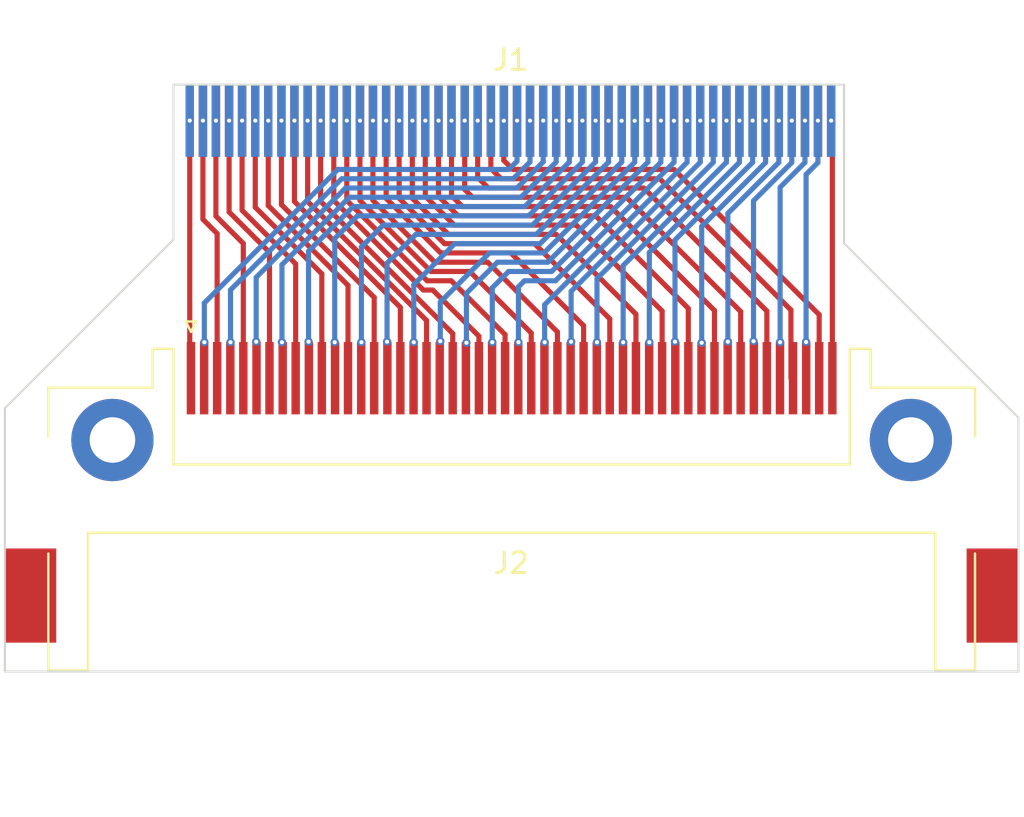
<source format=kicad_pcb>
(kicad_pcb (version 20221018) (generator pcbnew)
  (layers (0 "F.Cu" signal) (31 "B.Cu" signal) (34 "B.Paste" user) (35 "F.Paste" user) (36 "B.SilkS" user "B.Silkscreen") (37 "F.SilkS" user "F.Silkscreen") (38 "B.Mask" user) (39 "F.Mask" user) (44 "Edge.Cuts" user))
  (net 0 "")
  (net 1 "P1")
  (net 2 "P2")
  (net 3 "P3")
  (net 4 "P4")
  (net 5 "P5")
  (net 6 "P6")
  (net 7 "P7")
  (net 8 "P8")
  (net 9 "P9")
  (net 10 "P10")
  (net 11 "P11")
  (net 12 "P12")
  (net 13 "P13")
  (net 14 "P14")
  (net 15 "P15")
  (net 16 "P16")
  (net 17 "P17")
  (net 18 "P18")
  (net 19 "P19")
  (net 20 "P20")
  (net 21 "P21")
  (net 22 "P22")
  (net 23 "P23")
  (net 24 "P24")
  (net 25 "P25")
  (net 26 "P26")
  (net 27 "P27")
  (net 28 "P28")
  (net 29 "P29")
  (net 30 "P30")
  (net 31 "P31")
  (net 32 "P32")
  (net 33 "P33")
  (net 34 "P34")
  (net 35 "P35")
  (net 36 "P36")
  (net 37 "P37")
  (net 38 "P38")
  (net 39 "P39")
  (net 40 "P40")
  (net 41 "P41")
  (net 42 "P42")
  (net 43 "P43")
  (net 44 "P44")
  (net 45 "P45")
  (net 46 "P46")
  (net 47 "P47")
  (net 48 "P48")
  (net 49 "P49")
  (net 50 "P50")
  (footprint "CFCard:bodge" (layer "F.Cu") (at 64.848 26.2814)
    (fp_text reference "J1" (at 0 -2.9972 unlocked) (layer "F.SilkS"))
    (fp_text value "Conn_01x50")
    (pad "1" smd rect (at -15.5702 -0.0508 180) (size 0.41 3.51) (layers "F.Cu" "F.Paste" "F.Mask") (net 1 "P1"))
    (pad "1" smd rect (at -15.5702 -0.0508) (size 0.41 3.51) (layers "B.Cu" "B.Paste" "B.Mask") (net 1 "P1"))
    (pad "2" smd rect (at -14.9302 -0.0508 180) (size 0.41 3.51) (layers "F.Cu" "F.Paste" "F.Mask") (net 2 "P2"))
    (pad "2" smd rect (at -14.9302 -0.0508) (size 0.41 3.51) (layers "B.Cu" "B.Paste" "B.Mask") (net 2 "P2"))
    (pad "3" smd rect (at -14.3002 -0.0508 180) (size 0.41 3.51) (layers "F.Cu" "F.Paste" "F.Mask") (net 3 "P3"))
    (pad "3" smd rect (at -14.3002 -0.0508) (size 0.41 3.51) (layers "B.Cu" "B.Paste" "B.Mask") (net 3 "P3"))
    (pad "4" smd rect (at -13.6602 -0.0508 180) (size 0.41 3.51) (layers "F.Cu" "F.Paste" "F.Mask") (net 4 "P4"))
    (pad "4" smd rect (at -13.6602 -0.0508) (size 0.41 3.51) (layers "B.Cu" "B.Paste" "B.Mask") (net 4 "P4"))
    (pad "5" smd rect (at -13.0302 -0.0508 180) (size 0.41 3.51) (layers "F.Cu" "F.Paste" "F.Mask") (net 5 "P5"))
    (pad "5" smd rect (at -13.0302 -0.0508) (size 0.41 3.51) (layers "B.Cu" "B.Paste" "B.Mask") (net 5 "P5"))
    (pad "6" smd rect (at -12.3902 -0.0508 180) (size 0.41 3.51) (layers "F.Cu" "F.Paste" "F.Mask") (net 6 "P6"))
    (pad "6" smd rect (at -12.3902 -0.0508) (size 0.41 3.51) (layers "B.Cu" "B.Paste" "B.Mask") (net 6 "P6"))
    (pad "7" smd rect (at -11.7602 -0.0508 180) (size 0.41 3.51) (layers "F.Cu" "F.Paste" "F.Mask") (net 7 "P7"))
    (pad "7" smd rect (at -11.7602 -0.0508) (size 0.41 3.51) (layers "B.Cu" "B.Paste" "B.Mask") (net 7 "P7"))
    (pad "8" smd rect (at -11.1202 -0.0508 180) (size 0.41 3.51) (layers "F.Cu" "F.Paste" "F.Mask") (net 8 "P8"))
    (pad "8" smd rect (at -11.1202 -0.0508) (size 0.41 3.51) (layers "B.Cu" "B.Paste" "B.Mask") (net 8 "P8"))
    (pad "9" smd rect (at -10.4902 -0.0508 180) (size 0.41 3.51) (layers "F.Cu" "F.Paste" "F.Mask") (net 9 "P9"))
    (pad "9" smd rect (at -10.4902 -0.0508) (size 0.41 3.51) (layers "B.Cu" "B.Paste" "B.Mask") (net 9 "P9"))
    (pad "10" smd rect (at -9.8502 -0.0508 180) (size 0.41 3.51) (layers "F.Cu" "F.Paste" "F.Mask") (net 10 "P10"))
    (pad "10" smd rect (at -9.8502 -0.0508) (size 0.41 3.51) (layers "B.Cu" "B.Paste" "B.Mask") (net 10 "P10"))
    (pad "11" smd rect (at -9.2202 -0.0508 180) (size 0.41 3.51) (layers "F.Cu" "F.Paste" "F.Mask") (net 11 "P11"))
    (pad "11" smd rect (at -9.2202 -0.0508) (size 0.41 3.51) (layers "B.Cu" "B.Paste" "B.Mask") (net 11 "P11"))
    (pad "12" smd rect (at -8.5802 -0.0508 180) (size 0.41 3.51) (layers "F.Cu" "F.Paste" "F.Mask") (net 12 "P12"))
    (pad "12" smd rect (at -8.5802 -0.0508) (size 0.41 3.51) (layers "B.Cu" "B.Paste" "B.Mask") (net 12 "P12"))
    (pad "13" smd rect (at -7.9502 -0.0508 180) (size 0.41 3.51) (layers "F.Cu" "F.Paste" "F.Mask") (net 13 "P13"))
    (pad "13" smd rect (at -7.9502 -0.0508) (size 0.41 3.51) (layers "B.Cu" "B.Paste" "B.Mask") (net 13 "P13"))
    (pad "14" smd rect (at -7.3102 -0.0508 180) (size 0.41 3.51) (layers "F.Cu" "F.Paste" "F.Mask") (net 14 "P14"))
    (pad "14" smd rect (at -7.3102 -0.0508) (size 0.41 3.51) (layers "B.Cu" "B.Paste" "B.Mask") (net 14 "P14"))
    (pad "15" smd rect (at -6.6802 -0.0508 180) (size 0.41 3.51) (layers "F.Cu" "F.Paste" "F.Mask") (net 15 "P15"))
    (pad "15" smd rect (at -6.6802 -0.0508) (size 0.41 3.51) (layers "B.Cu" "B.Paste" "B.Mask") (net 15 "P15"))
    (pad "16" smd rect (at -6.0402 -0.0508 180) (size 0.41 3.51) (layers "F.Cu" "F.Paste" "F.Mask") (net 16 "P16"))
    (pad "16" smd rect (at -6.0402 -0.0508) (size 0.41 3.51) (layers "B.Cu" "B.Paste" "B.Mask") (net 16 "P16"))
    (pad "17" smd rect (at -5.4102 -0.0508 180) (size 0.41 3.51) (layers "F.Cu" "F.Paste" "F.Mask") (net 17 "P17"))
    (pad "17" smd rect (at -5.4102 -0.0508) (size 0.41 3.51) (layers "B.Cu" "B.Paste" "B.Mask") (net 17 "P17"))
    (pad "18" smd rect (at -4.7702 -0.0508 180) (size 0.41 3.51) (layers "F.Cu" "F.Paste" "F.Mask") (net 18 "P18"))
    (pad "18" smd rect (at -4.7702 -0.0508) (size 0.41 3.51) (layers "B.Cu" "B.Paste" "B.Mask") (net 18 "P18"))
    (pad "19" smd rect (at -4.1402 -0.0508 180) (size 0.41 3.51) (layers "F.Cu" "F.Paste" "F.Mask") (net 19 "P19"))
    (pad "19" smd rect (at -4.1402 -0.0508) (size 0.41 3.51) (layers "B.Cu" "B.Paste" "B.Mask") (net 19 "P19"))
    (pad "20" smd rect (at -3.5002 -0.0508 180) (size 0.41 3.51) (layers "F.Cu" "F.Paste" "F.Mask") (net 20 "P20"))
    (pad "20" smd rect (at -3.5002 -0.0508) (size 0.41 3.51) (layers "B.Cu" "B.Paste" "B.Mask") (net 20 "P20"))
    (pad "21" smd rect (at -2.8702 -0.0508 180) (size 0.41 3.51) (layers "F.Cu" "F.Paste" "F.Mask") (net 21 "P21"))
    (pad "21" smd rect (at -2.8702 -0.0508) (size 0.41 3.51) (layers "B.Cu" "B.Paste" "B.Mask") (net 21 "P21"))
    (pad "22" smd rect (at -2.2302 -0.0508 180) (size 0.41 3.51) (layers "F.Cu" "F.Paste" "F.Mask") (net 22 "P22"))
    (pad "22" smd rect (at -2.2302 -0.0508) (size 0.41 3.51) (layers "B.Cu" "B.Paste" "B.Mask") (net 22 "P22"))
    (pad "23" smd rect (at -1.6002 -0.0508 180) (size 0.41 3.51) (layers "F.Cu" "F.Paste" "F.Mask") (net 23 "P23"))
    (pad "23" smd rect (at -1.6002 -0.0508) (size 0.41 3.51) (layers "B.Cu" "B.Paste" "B.Mask") (net 23 "P23"))
    (pad "24" smd rect (at -0.9602 -0.0508 180) (size 0.41 3.51) (layers "F.Cu" "F.Paste" "F.Mask") (net 24 "P24"))
    (pad "24" smd rect (at -0.9602 -0.0508) (size 0.41 3.51) (layers "B.Cu" "B.Paste" "B.Mask") (net 24 "P24"))
    (pad "25" smd rect (at -0.3302 -0.0508 180) (size 0.41 3.51) (layers "F.Cu" "F.Paste" "F.Mask") (net 25 "P25"))
    (pad "25" smd rect (at -0.3302 -0.0508) (size 0.41 3.51) (layers "B.Cu" "B.Paste" "B.Mask") (net 25 "P25"))
    (pad "26" smd rect (at 0.3098 -0.0508 180) (size 0.41 3.51) (layers "F.Cu" "F.Paste" "F.Mask") (net 26 "P26"))
    (pad "26" smd rect (at 0.3098 -0.0508) (size 0.41 3.51) (layers "B.Cu" "B.Paste" "B.Mask") (net 26 "P26"))
    (pad "27" smd rect (at 0.9398 -0.0508 180) (size 0.41 3.51) (layers "F.Cu" "F.Paste" "F.Mask") (net 27 "P27"))
    (pad "27" smd rect (at 0.9398 -0.0508) (size 0.41 3.51) (layers "B.Cu" "B.Paste" "B.Mask") (net 27 "P27"))
    (pad "28" smd rect (at 1.5798 -0.0508 180) (size 0.41 3.51) (layers "F.Cu" "F.Paste" "F.Mask") (net 28 "P28"))
    (pad "28" smd rect (at 1.5798 -0.0508) (size 0.41 3.51) (layers "B.Cu" "B.Paste" "B.Mask") (net 28 "P28"))
    (pad "29" smd rect (at 2.2098 -0.0508 180) (size 0.41 3.51) (layers "F.Cu" "F.Paste" "F.Mask") (net 29 "P29"))
    (pad "29" smd rect (at 2.2098 -0.0508) (size 0.41 3.51) (layers "B.Cu" "B.Paste" "B.Mask") (net 29 "P29"))
    (pad "30" smd rect (at 2.8498 -0.0508 180) (size 0.41 3.51) (layers "F.Cu" "F.Paste" "F.Mask") (net 30 "P30"))
    (pad "30" smd rect (at 2.8498 -0.0508) (size 0.41 3.51) (layers "B.Cu" "B.Paste" "B.Mask") (net 30 "P30"))
    (pad "31" smd rect (at 3.4798 -0.0508 180) (size 0.41 3.51) (layers "F.Cu" "F.Paste" "F.Mask") (net 31 "P31"))
    (pad "31" smd rect (at 3.4798 -0.0508) (size 0.41 3.51) (layers "B.Cu" "B.Paste" "B.Mask") (net 31 "P31"))
    (pad "32" smd rect (at 4.1198 -0.0508 180) (size 0.41 3.51) (layers "F.Cu" "F.Paste" "F.Mask") (net 32 "P32"))
    (pad "32" smd rect (at 4.1198 -0.0508) (size 0.41 3.51) (layers "B.Cu" "B.Paste" "B.Mask") (net 32 "P32"))
    (pad "33" smd rect (at 4.7498 -0.0508 180) (size 0.41 3.51) (layers "F.Cu" "F.Paste" "F.Mask") (net 33 "P33"))
    (pad "33" smd rect (at 4.7498 -0.0508) (size 0.41 3.51) (layers "B.Cu" "B.Paste" "B.Mask") (net 33 "P33"))
    (pad "34" smd rect (at 5.3898 -0.0508 180) (size 0.41 3.51) (layers "F.Cu" "F.Paste" "F.Mask") (net 34 "P34"))
    (pad "34" smd rect (at 5.3898 -0.0508) (size 0.41 3.51) (layers "B.Cu" "B.Paste" "B.Mask") (net 34 "P34"))
    (pad "35" smd rect (at 6.0198 -0.0508 180) (size 0.41 3.51) (layers "F.Cu" "F.Paste" "F.Mask") (net 35 "P35"))
    (pad "35" smd rect (at 6.0198 -0.0508) (size 0.41 3.51) (layers "B.Cu" "B.Paste" "B.Mask") (net 35 "P35"))
    (pad "36" smd rect (at 6.6598 -0.0508 180) (size 0.41 3.51) (layers "F.Cu" "F.Paste" "F.Mask") (net 36 "P36"))
    (pad "36" smd rect (at 6.6598 -0.0508) (size 0.41 3.51) (layers "B.Cu" "B.Paste" "B.Mask") (net 36 "P36"))
    (pad "37" smd rect (at 7.2898 -0.0508 180) (size 0.41 3.51) (layers "F.Cu" "F.Paste" "F.Mask") (net 37 "P37"))
    (pad "37" smd rect (at 7.2898 -0.0508) (size 0.41 3.51) (layers "B.Cu" "B.Paste" "B.Mask") (net 37 "P37"))
    (pad "38" smd rect (at 7.9298 -0.0508 180) (size 0.41 3.51) (layers "F.Cu" "F.Paste" "F.Mask") (net 38 "P38"))
    (pad "38" smd rect (at 7.9298 -0.0508) (size 0.41 3.51) (layers "B.Cu" "B.Paste" "B.Mask") (net 38 "P38"))
    (pad "39" smd rect (at 8.5598 -0.0508 180) (size 0.41 3.51) (layers "F.Cu" "F.Paste" "F.Mask") (net 39 "P39"))
    (pad "39" smd rect (at 8.5598 -0.0508) (size 0.41 3.51) (layers "B.Cu" "B.Paste" "B.Mask") (net 39 "P39"))
    (pad "40" smd rect (at 9.1998 -0.0508 180) (size 0.41 3.51) (layers "F.Cu" "F.Paste" "F.Mask") (net 40 "P40"))
    (pad "40" smd rect (at 9.1998 -0.0508) (size 0.41 3.51) (layers "B.Cu" "B.Paste" "B.Mask") (net 40 "P40"))
    (pad "41" smd rect (at 9.8298 -0.0508 180) (size 0.41 3.51) (layers "F.Cu" "F.Paste" "F.Mask") (net 41 "P41"))
    (pad "41" smd rect (at 9.8298 -0.0508) (size 0.41 3.51) (layers "B.Cu" "B.Paste" "B.Mask") (net 41 "P41"))
    (pad "42" smd rect (at 10.4698 -0.0508 180) (size 0.41 3.51) (layers "F.Cu" "F.Paste" "F.Mask") (net 42 "P42"))
    (pad "42" smd rect (at 10.4698 -0.0508) (size 0.41 3.51) (layers "B.Cu" "B.Paste" "B.Mask") (net 42 "P42"))
    (pad "43" smd rect (at 11.0998 -0.0508 180) (size 0.41 3.51) (layers "F.Cu" "F.Paste" "F.Mask") (net 43 "P43"))
    (pad "43" smd rect (at 11.0998 -0.0508) (size 0.41 3.51) (layers "B.Cu" "B.Paste" "B.Mask") (net 43 "P43"))
    (pad "44" smd rect (at 11.7398 -0.0508 180) (size 0.41 3.51) (layers "F.Cu" "F.Paste" "F.Mask") (net 44 "P44"))
    (pad "44" smd rect (at 11.7398 -0.0508) (size 0.41 3.51) (layers "B.Cu" "B.Paste" "B.Mask") (net 44 "P44"))
    (pad "45" smd rect (at 12.3698 -0.0508 180) (size 0.41 3.51) (layers "F.Cu" "F.Paste" "F.Mask") (net 45 "P45"))
    (pad "45" smd rect (at 12.3698 -0.0508) (size 0.41 3.51) (layers "B.Cu" "B.Paste" "B.Mask") (net 45 "P45"))
    (pad "46" smd rect (at 13.0098 -0.0508 180) (size 0.41 3.51) (layers "F.Cu" "F.Paste" "F.Mask") (net 46 "P46"))
    (pad "46" smd rect (at 13.0098 -0.0508) (size 0.41 3.51) (layers "B.Cu" "B.Paste" "B.Mask") (net 46 "P46"))
    (pad "47" smd rect (at 13.6398 -0.0508 180) (size 0.41 3.51) (layers "F.Cu" "F.Paste" "F.Mask") (net 47 "P47"))
    (pad "47" smd rect (at 13.6398 -0.0508) (size 0.41 3.51) (layers "B.Cu" "B.Paste" "B.Mask") (net 47 "P47"))
    (pad "48" smd rect (at 14.2798 -0.0508 180) (size 0.41 3.51) (layers "F.Cu" "F.Paste" "F.Mask") (net 48 "P48"))
    (pad "48" smd rect (at 14.2798 -0.0508) (size 0.41 3.51) (layers "B.Cu" "B.Paste" "B.Mask") (net 48 "P48"))
    (pad "49" smd rect (at 14.9098 -0.0508 180) (size 0.41 3.51) (layers "F.Cu" "F.Paste" "F.Mask") (net 49 "P49"))
    (pad "49" smd rect (at 14.9098 -0.0508) (size 0.41 3.51) (layers "B.Cu" "B.Paste" "B.Mask") (net 49 "P49"))
    (pad "50" smd rect (at 15.5498 -0.0508 180) (size 0.41 3.51) (layers "F.Cu" "F.Paste" "F.Mask") (net 50 "P50"))
    (pad "50" smd rect (at 15.5498 -0.0508) (size 0.41 3.51) (layers "B.Cu" "B.Paste" "B.Mask") (net 50 "P50"))
  )
  (footprint "CFCard:CF-Card_3M_N7E50-7516xx_short" (layer "F.Cu") (at 64.848 59.7906)
    (fp_text reference "J2" (at 0.0254 -12.0904 unlocked) (layer "F.SilkS"))
    (fp_text value "Conn_02x25_Top_Bottom")
    (pad "" smd rect (at -23.2906 -10.5156) (size 2.49 4.57) (layers "F.Cu" "F.Paste" "F.Mask"))
    (pad "" thru_hole circle (at -19.3206 -18.0636) (size 3.99 3.99) (drill 2.21) (layers "*.Cu" "*.Mask"))
    (pad "" np_thru_hole circle (at -19.3206 -15.0636) (size 1.7 1.7) (drill 1.7) (layers "*.Cu" "*.Mask"))
    (pad "" thru_hole circle (at 19.4194 -18.0636) (size 3.99 3.99) (drill 2.21) (layers "*.Cu" "*.Mask"))
    (pad "" np_thru_hole circle (at 19.4194 -15.0636) (size 1.7 1.7) (drill 1.7) (layers "*.Cu" "*.Mask"))
    (pad "" smd rect (at 23.368 -10.5156) (size 2.49 4.57) (layers "F.Cu" "F.Paste" "F.Mask"))
    (pad "1" smd rect (at -15.5106 -21.0636 180) (size 0.41 3.51) (layers "F.Cu" "F.Paste" "F.Mask") (net 1 "P1"))
    (pad "2" smd rect (at -14.2406 -21.0636 180) (size 0.41 3.51) (layers "F.Cu" "F.Paste" "F.Mask") (net 2 "P2"))
    (pad "3" smd rect (at -12.9706 -21.0636 180) (size 0.41 3.51) (layers "F.Cu" "F.Paste" "F.Mask") (net 3 "P3"))
    (pad "4" smd rect (at -11.7006 -21.0636 180) (size 0.41 3.51) (layers "F.Cu" "F.Paste" "F.Mask") (net 4 "P4"))
    (pad "5" smd rect (at -10.4306 -21.0636 180) (size 0.41 3.51) (layers "F.Cu" "F.Paste" "F.Mask") (net 5 "P5"))
    (pad "6" smd rect (at -9.1606 -21.0636 180) (size 0.41 3.51) (layers "F.Cu" "F.Paste" "F.Mask") (net 6 "P6"))
    (pad "7" smd rect (at -7.8906 -21.0636 180) (size 0.41 3.51) (layers "F.Cu" "F.Paste" "F.Mask") (net 7 "P7"))
    (pad "8" smd rect (at -6.6206 -21.0636 180) (size 0.41 3.51) (layers "F.Cu" "F.Paste" "F.Mask") (net 8 "P8"))
    (pad "9" smd rect (at -5.3506 -21.0636 180) (size 0.41 3.51) (layers "F.Cu" "F.Paste" "F.Mask") (net 9 "P9"))
    (pad "10" smd rect (at -4.0806 -21.0636 180) (size 0.41 3.51) (layers "F.Cu" "F.Paste" "F.Mask") (net 10 "P10"))
    (pad "11" smd rect (at -2.8106 -21.0636 180) (size 0.41 3.51) (layers "F.Cu" "F.Paste" "F.Mask") (net 11 "P11"))
    (pad "12" smd rect (at -1.5406 -21.0636 180) (size 0.41 3.51) (layers "F.Cu" "F.Paste" "F.Mask") (net 12 "P12"))
    (pad "13" smd rect (at -0.2706 -21.0636 180) (size 0.41 3.51) (layers "F.Cu" "F.Paste" "F.Mask") (net 13 "P13"))
    (pad "14" smd rect (at 0.9994 -21.0636 180) (size 0.41 3.51) (layers "F.Cu" "F.Paste" "F.Mask") (net 14 "P14"))
    (pad "15" smd rect (at 2.2694 -21.0636 180) (size 0.41 3.51) (layers "F.Cu" "F.Paste" "F.Mask") (net 15 "P15"))
    (pad "16" smd rect (at 3.5394 -21.0636 180) (size 0.41 3.51) (layers "F.Cu" "F.Paste" "F.Mask") (net 16 "P16"))
    (pad "17" smd rect (at 4.8094 -21.0636 180) (size 0.41 3.51) (layers "F.Cu" "F.Paste" "F.Mask") (net 17 "P17"))
    (pad "18" smd rect (at 6.0794 -21.0636 180) (size 0.41 3.51) (layers "F.Cu" "F.Paste" "F.Mask") (net 18 "P18"))
    (pad "19" smd rect (at 7.3494 -21.0636 180) (size 0.41 3.51) (layers "F.Cu" "F.Paste" "F.Mask") (net 19 "P19"))
    (pad "20" smd rect (at 8.6194 -21.0636 180) (size 0.41 3.51) (layers "F.Cu" "F.Paste" "F.Mask") (net 20 "P20"))
    (pad "21" smd rect (at 9.8894 -21.0636 180) (size 0.41 3.51) (layers "F.Cu" "F.Paste" "F.Mask") (net 21 "P21"))
    (pad "22" smd rect (at 11.1594 -21.0636 180) (size 0.41 3.51) (layers "F.Cu" "F.Paste" "F.Mask") (net 22 "P22"))
    (pad "23" smd rect (at 12.4294 -21.0636 180) (size 0.41 3.51) (layers "F.Cu" "F.Paste" "F.Mask") (net 23 "P23"))
    (pad "24" smd rect (at 13.6994 -21.0636 180) (size 0.41 3.51) (layers "F.Cu" "F.Paste" "F.Mask") (net 24 "P24"))
    (pad "25" smd rect (at 14.9694 -21.0636 180) (size 0.41 3.51) (layers "F.Cu" "F.Paste" "F.Mask") (net 25 "P25"))
    (pad "26" smd rect (at -14.8706 -21.0636 180) (size 0.41 3.51) (layers "F.Cu" "F.Paste" "F.Mask") (net 26 "P26"))
    (pad "27" smd rect (at -13.6006 -21.0636 180) (size 0.41 3.51) (layers "F.Cu" "F.Paste" "F.Mask") (net 27 "P27"))
    (pad "28" smd rect (at -12.3306 -21.0636 180) (size 0.41 3.51) (layers "F.Cu" "F.Paste" "F.Mask") (net 28 "P28"))
    (pad "29" smd rect (at -11.0606 -21.0636 180) (size 0.41 3.51) (layers "F.Cu" "F.Paste" "F.Mask") (net 29 "P29"))
    (pad "30" smd rect (at -9.7906 -21.0636 180) (size 0.41 3.51) (layers "F.Cu" "F.Paste" "F.Mask") (net 30 "P30"))
    (pad "31" smd rect (at -8.5206 -21.0636 180) (size 0.41 3.51) (layers "F.Cu" "F.Paste" "F.Mask") (net 31 "P31"))
    (pad "32" smd rect (at -7.2506 -21.0636 180) (size 0.41 3.51) (layers "F.Cu" "F.Paste" "F.Mask") (net 32 "P32"))
    (pad "33" smd rect (at -5.9806 -21.0636 180) (size 0.41 3.51) (layers "F.Cu" "F.Paste" "F.Mask") (net 33 "P33"))
    (pad "34" smd rect (at -4.7106 -21.0636 180) (size 0.41 3.51) (layers "F.Cu" "F.Paste" "F.Mask") (net 34 "P34"))
    (pad "35" smd rect (at -3.4406 -21.0636 180) (size 0.41 3.51) (layers "F.Cu" "F.Paste" "F.Mask") (net 35 "P35"))
    (pad "36" smd rect (at -2.1706 -21.0636 180) (size 0.41 3.51) (layers "F.Cu" "F.Paste" "F.Mask") (net 36 "P36"))
    (pad "37" smd rect (at -0.9006 -21.0636 180) (size 0.41 3.51) (layers "F.Cu" "F.Paste" "F.Mask") (net 37 "P37"))
    (pad "38" smd rect (at 0.3694 -21.0636 180) (size 0.41 3.51) (layers "F.Cu" "F.Paste" "F.Mask") (net 38 "P38"))
    (pad "39" smd rect (at 1.6394 -21.0636 180) (size 0.41 3.51) (layers "F.Cu" "F.Paste" "F.Mask") (net 39 "P39"))
    (pad "40" smd rect (at 2.9094 -21.0636 180) (size 0.41 3.51) (layers "F.Cu" "F.Paste" "F.Mask") (net 40 "P40"))
    (pad "41" smd rect (at 4.1794 -21.0636 180) (size 0.41 3.51) (layers "F.Cu" "F.Paste" "F.Mask") (net 41 "P41"))
    (pad "42" smd rect (at 5.4494 -21.0636 180) (size 0.41 3.51) (layers "F.Cu" "F.Paste" "F.Mask") (net 42 "P42"))
    (pad "43" smd rect (at 6.7194 -21.0636 180) (size 0.41 3.51) (layers "F.Cu" "F.Paste" "F.Mask") (net 43 "P43"))
    (pad "44" smd rect (at 7.9894 -21.0636 180) (size 0.41 3.51) (layers "F.Cu" "F.Paste" "F.Mask") (net 44 "P44"))
    (pad "45" smd rect (at 9.2594 -21.0636 180) (size 0.41 3.51) (layers "F.Cu" "F.Paste" "F.Mask") (net 45 "P45"))
    (pad "46" smd rect (at 10.5294 -21.0636 180) (size 0.41 3.51) (layers "F.Cu" "F.Paste" "F.Mask") (net 46 "P46"))
    (pad "47" smd rect (at 11.7994 -21.0636 180) (size 0.41 3.51) (layers "F.Cu" "F.Paste" "F.Mask") (net 47 "P47"))
    (pad "48" smd rect (at 13.0694 -21.0636 180) (size 0.41 3.51) (layers "F.Cu" "F.Paste" "F.Mask") (net 48 "P48"))
    (pad "49" smd rect (at 14.3394 -21.0636 180) (size 0.41 3.51) (layers "F.Cu" "F.Paste" "F.Mask") (net 49 "P49"))
    (pad "50" smd rect (at 15.6094 -21.0636 180) (size 0.41 3.51) (layers "F.Cu" "F.Paste" "F.Mask") (net 50 "P50"))
  )
  (gr_line (start 48.4886 32.004) (end 40.3098 40.1828) (stroke (width 0.1)) (layer "Edge.Cuts"))
  (gr_line (start 89.4842 40.64) (end 81.026 32.1818) (stroke (width 0.1)) (layer "Edge.Cuts"))
  (gr_line (start 40.3098 52.959) (end 89.4842 52.959) (stroke (width 0.1)) (layer "Edge.Cuts"))
  (gr_line (start 40.3098 40.1828) (end 40.3098 51.181) (stroke (width 0.1)) (layer "Edge.Cuts"))
  (gr_line (start 81.026 24.4856) (end 48.4886 24.4856) (stroke (width 0.1)) (layer "Edge.Cuts"))
  (gr_line (start 89.4842 52.959) (end 89.4842 40.64) (stroke (width 0.1)) (layer "Edge.Cuts"))
  (gr_line (start 48.4886 24.4856) (end 48.4886 32.004) (stroke (width 0.1)) (layer "Edge.Cuts"))
  (gr_line (start 81.026 32.1818) (end 81.026 24.4856) (stroke (width 0.1)) (layer "Edge.Cuts"))
  (gr_line (start 40.3098 51.181) (end 40.3098 52.959) (stroke (width 0.1)) (layer "Edge.Cuts"))
  (segment (start 49.2778 38.6674) (end 49.3374 38.727) (width 0.25) (layer "F.Cu") (net 1))
  (segment (start 49.2778 26.2306) (end 49.2778 38.6674) (width 0.25) (layer "F.Cu") (net 1))
  (via (at 49.2778 26.2306) (size 0.4) (drill 0.2) (layers "F.Cu" "B.Cu") (net 1))
  (segment (start 49.9178 26.2306) (end 49.9178 31.0202) (width 0.25) (layer "F.Cu") (net 2))
  (segment (start 50.6074 31.7098) (end 50.6074 38.727) (width 0.25) (layer "F.Cu") (net 2))
  (segment (start 49.9178 31.0202) (end 50.6074 31.7098) (width 0.25) (layer "F.Cu") (net 2))
  (via (at 49.9178 26.2306) (size 0.4) (drill 0.2) (layers "F.Cu" "B.Cu") (net 2))
  (segment (start 50.5478 30.8628) (end 51.8774 32.1924) (width 0.25) (layer "F.Cu") (net 3))
  (segment (start 50.5478 26.2306) (end 50.5478 30.8628) (width 0.25) (layer "F.Cu") (net 3))
  (segment (start 51.8774 32.1924) (end 51.8774 38.727) (width 0.25) (layer "F.Cu") (net 3))
  (via (at 50.5478 26.2306) (size 0.4) (drill 0.2) (layers "F.Cu" "B.Cu") (net 3))
  (segment (start 53.1474 32.6242) (end 53.1474 38.727) (width 0.25) (layer "F.Cu") (net 4))
  (segment (start 51.1878 26.2306) (end 51.1878 30.6646) (width 0.25) (layer "F.Cu") (net 4))
  (segment (start 51.1878 30.6646) (end 53.1474 32.6242) (width 0.25) (layer "F.Cu") (net 4))
  (via (at 51.1878 26.2306) (size 0.4) (drill 0.2) (layers "F.Cu" "B.Cu") (net 4))
  (segment (start 51.8178 30.5834) (end 54.4174 33.183) (width 0.25) (layer "F.Cu") (net 5))
  (segment (start 54.4174 33.183) (end 54.4174 38.727) (width 0.25) (layer "F.Cu") (net 5))
  (segment (start 51.8178 26.2306) (end 51.8178 30.5834) (width 0.25) (layer "F.Cu") (net 5))
  (via (at 51.8178 26.2306) (size 0.4) (drill 0.2) (layers "F.Cu" "B.Cu") (net 5))
  (segment (start 52.4578 30.436) (end 55.6874 33.6656) (width 0.25) (layer "F.Cu") (net 6))
  (segment (start 55.6874 33.6656) (end 55.6874 38.727) (width 0.25) (layer "F.Cu") (net 6))
  (segment (start 52.4578 26.2306) (end 52.4578 30.436) (width 0.25) (layer "F.Cu") (net 6))
  (via (at 52.4578 26.2306) (size 0.4) (drill 0.2) (layers "F.Cu" "B.Cu") (net 6))
  (segment (start 53.0878 30.3548) (end 56.9574 34.2244) (width 0.25) (layer "F.Cu") (net 7))
  (segment (start 56.9574 34.2244) (end 56.9574 38.727) (width 0.25) (layer "F.Cu") (net 7))
  (segment (start 53.0878 26.2306) (end 53.0878 30.3548) (width 0.25) (layer "F.Cu") (net 7))
  (via (at 53.0878 26.2306) (size 0.4) (drill 0.2) (layers "F.Cu" "B.Cu") (net 7))
  (segment (start 53.7278 26.2306) (end 53.7278 30.309) (width 0.25) (layer "F.Cu") (net 8))
  (segment (start 58.2274 34.8086) (end 58.2274 38.727) (width 0.25) (layer "F.Cu") (net 8))
  (segment (start 53.7278 30.309) (end 58.2274 34.8086) (width 0.25) (layer "F.Cu") (net 8))
  (via (at 53.7278 26.2306) (size 0.4) (drill 0.2) (layers "F.Cu" "B.Cu") (net 8))
  (segment (start 54.3578 30.154392) (end 59.4974 35.293992) (width 0.25) (layer "F.Cu") (net 9))
  (segment (start 59.4974 35.293992) (end 59.4974 38.727) (width 0.25) (layer "F.Cu") (net 9))
  (segment (start 54.3578 26.2306) (end 54.3578 30.154392) (width 0.25) (layer "F.Cu") (net 9))
  (via (at 54.3578 26.2306) (size 0.4) (drill 0.2) (layers "F.Cu" "B.Cu") (net 9))
  (segment (start 60.7674 35.927596) (end 60.7674 38.727) (width 0.25) (layer "F.Cu") (net 10))
  (segment (start 54.9978 30.157996) (end 60.7674 35.927596) (width 0.25) (layer "F.Cu") (net 10))
  (segment (start 54.9978 26.2306) (end 54.9978 30.157996) (width 0.25) (layer "F.Cu") (net 10))
  (via (at 54.9978 26.2306) (size 0.4) (drill 0.2) (layers "F.Cu" "B.Cu") (net 10))
  (segment (start 55.6278 26.2306) (end 55.6278 30.1516) (width 0.25) (layer "F.Cu") (net 11))
  (segment (start 55.6278 30.1516) (end 62.0374 36.5612) (width 0.25) (layer "F.Cu") (net 11))
  (segment (start 62.0374 36.5612) (end 62.0374 38.727) (width 0.25) (layer "F.Cu") (net 11))
  (via (at 55.6278 26.2306) (size 0.4) (drill 0.2) (layers "F.Cu" "B.Cu") (net 11))
  (segment (start 56.2678 30.108592) (end 60.609608 34.4504) (width 0.25) (layer "F.Cu") (net 12))
  (segment (start 56.2678 26.2306) (end 56.2678 30.108592) (width 0.25) (layer "F.Cu") (net 12))
  (segment (start 60.609608 34.4504) (end 61.0696 34.4504) (width 0.25) (layer "F.Cu") (net 12))
  (segment (start 61.0696 34.4504) (end 63.3074 36.6882) (width 0.25) (layer "F.Cu") (net 12))
  (segment (start 63.3074 36.6882) (end 63.3074 38.727) (width 0.25) (layer "F.Cu") (net 12))
  (via (at 56.2678 26.2306) (size 0.4) (drill 0.2) (layers "F.Cu" "B.Cu") (net 12))
  (segment (start 61.9658 34.0004) (end 64.5774 36.612) (width 0.25) (layer "F.Cu") (net 13))
  (segment (start 64.5774 36.612) (end 64.5774 38.727) (width 0.25) (layer "F.Cu") (net 13))
  (segment (start 60.796004 34.0004) (end 61.9658 34.0004) (width 0.25) (layer "F.Cu") (net 13))
  (segment (start 56.8978 26.2306) (end 56.8978 30.102196) (width 0.25) (layer "F.Cu") (net 13))
  (segment (start 56.8978 30.102196) (end 60.796004 34.0004) (width 0.25) (layer "F.Cu") (net 13))
  (via (at 56.8978 26.2306) (size 0.4) (drill 0.2) (layers "F.Cu" "B.Cu") (net 13))
  (segment (start 57.5378 30.1058) (end 60.9824 33.5504) (width 0.25) (layer "F.Cu") (net 14))
  (segment (start 65.8474 36.5358) (end 65.8474 38.727) (width 0.25) (layer "F.Cu") (net 14))
  (segment (start 62.862 33.5504) (end 65.8474 36.5358) (width 0.25) (layer "F.Cu") (net 14))
  (segment (start 57.5378 26.2306) (end 57.5378 30.1058) (width 0.25) (layer "F.Cu") (net 14))
  (segment (start 60.9824 33.5504) (end 62.862 33.5504) (width 0.25) (layer "F.Cu") (net 14))
  (via (at 57.5378 26.2306) (size 0.4) (drill 0.2) (layers "F.Cu" "B.Cu") (net 14))
  (segment (start 63.7328 33.1004) (end 67.1174 36.485) (width 0.25) (layer "F.Cu") (net 15))
  (segment (start 67.1174 36.485) (end 67.1174 38.727) (width 0.25) (layer "F.Cu") (net 15))
  (segment (start 58.1678 26.2306) (end 58.166 26.2324) (width 0.25) (layer "F.Cu") (net 15))
  (segment (start 58.166 30.099) (end 61.1674 33.1004) (width 0.25) (layer "F.Cu") (net 15))
  (segment (start 58.166 26.2324) (end 58.166 30.099) (width 0.25) (layer "F.Cu") (net 15))
  (segment (start 61.1674 33.1004) (end 63.7328 33.1004) (width 0.25) (layer "F.Cu") (net 15))
  (via (at 58.1678 26.2306) (size 0.4) (drill 0.2) (layers "F.Cu" "B.Cu") (net 15))
  (segment (start 64.8576 32.6504) (end 68.3874 36.1802) (width 0.25) (layer "F.Cu") (net 16))
  (segment (start 58.8078 30.0042) (end 61.454 32.6504) (width 0.25) (layer "F.Cu") (net 16))
  (segment (start 68.3874 36.1802) (end 68.3874 38.727) (width 0.25) (layer "F.Cu") (net 16))
  (segment (start 58.8078 26.2306) (end 58.8078 30.0042) (width 0.25) (layer "F.Cu") (net 16))
  (segment (start 61.454 32.6504) (end 64.8576 32.6504) (width 0.25) (layer "F.Cu") (net 16))
  (via (at 58.8078 26.2306) (size 0.4) (drill 0.2) (layers "F.Cu" "B.Cu") (net 16))
  (segment (start 69.6574 35.85) (end 69.6574 38.727) (width 0.25) (layer "F.Cu") (net 17))
  (segment (start 66.0078 32.2004) (end 69.6574 35.85) (width 0.25) (layer "F.Cu") (net 17))
  (segment (start 59.4378 29.997804) (end 61.640396 32.2004) (width 0.25) (layer "F.Cu") (net 17))
  (segment (start 61.640396 32.2004) (end 66.0078 32.2004) (width 0.25) (layer "F.Cu") (net 17))
  (segment (start 59.4378 26.2306) (end 59.4378 29.997804) (width 0.25) (layer "F.Cu") (net 17))
  (via (at 59.4378 26.2306) (size 0.4) (drill 0.2) (layers "F.Cu" "B.Cu") (net 17))
  (segment (start 60.0778 30.001408) (end 61.826792 31.7504) (width 0.25) (layer "F.Cu") (net 18))
  (segment (start 70.9274 35.6214) (end 70.9274 38.727) (width 0.25) (layer "F.Cu") (net 18))
  (segment (start 60.0778 26.2306) (end 60.0778 30.001408) (width 0.25) (layer "F.Cu") (net 18))
  (segment (start 61.826792 31.7504) (end 67.0564 31.7504) (width 0.25) (layer "F.Cu") (net 18))
  (segment (start 67.0564 31.7504) (end 70.9274 35.6214) (width 0.25) (layer "F.Cu") (net 18))
  (via (at 60.0778 26.2306) (size 0.4) (drill 0.2) (layers "F.Cu" "B.Cu") (net 18))
  (segment (start 60.7078 26.2306) (end 60.7078 29.8976) (width 0.25) (layer "F.Cu") (net 19))
  (segment (start 68.0288 31.3004) (end 72.1974 35.469) (width 0.25) (layer "F.Cu") (net 19))
  (segment (start 62.1106 31.3004) (end 68.0288 31.3004) (width 0.25) (layer "F.Cu") (net 19))
  (segment (start 60.7078 29.8976) (end 62.1106 31.3004) (width 0.25) (layer "F.Cu") (net 19))
  (segment (start 72.1974 35.469) (end 72.1974 38.727) (width 0.25) (layer "F.Cu") (net 19))
  (via (at 60.7078 26.2306) (size 0.4) (drill 0.2) (layers "F.Cu" "B.Cu") (net 19))
  (segment (start 62.296996 30.8504) (end 68.9758 30.8504) (width 0.25) (layer "F.Cu") (net 20))
  (segment (start 73.4674 35.342) (end 73.4674 38.727) (width 0.25) (layer "F.Cu") (net 20))
  (segment (start 68.9758 30.8504) (end 73.4674 35.342) (width 0.25) (layer "F.Cu") (net 20))
  (segment (start 61.3478 29.901204) (end 62.296996 30.8504) (width 0.25) (layer "F.Cu") (net 20))
  (segment (start 61.3478 26.2306) (end 61.3478 29.901204) (width 0.25) (layer "F.Cu") (net 20))
  (via (at 61.3478 26.2306) (size 0.4) (drill 0.2) (layers "F.Cu" "B.Cu") (net 20))
  (segment (start 62.506 30.4004) (end 69.6942 30.4004) (width 0.25) (layer "F.Cu") (net 21))
  (segment (start 61.9778 26.2306) (end 61.9778 29.8722) (width 0.25) (layer "F.Cu") (net 21))
  (segment (start 61.9778 29.8722) (end 62.506 30.4004) (width 0.25) (layer "F.Cu") (net 21))
  (segment (start 69.6942 30.4004) (end 74.7374 35.4436) (width 0.25) (layer "F.Cu") (net 21))
  (segment (start 74.7374 35.4436) (end 74.7374 38.727) (width 0.25) (layer "F.Cu") (net 21))
  (via (at 61.9778 26.2306) (size 0.4) (drill 0.2) (layers "F.Cu" "B.Cu") (net 21))
  (segment (start 62.9958 29.9504) (end 70.4634 29.9504) (width 0.25) (layer "F.Cu") (net 22))
  (segment (start 70.4634 29.9504) (end 76.0074 35.4944) (width 0.25) (layer "F.Cu") (net 22))
  (segment (start 62.6178 26.2306) (end 62.6178 29.5724) (width 0.25) (layer "F.Cu") (net 22))
  (segment (start 62.6178 29.5724) (end 62.9958 29.9504) (width 0.25) (layer "F.Cu") (net 22))
  (segment (start 76.0074 35.4944) (end 76.0074 38.727) (width 0.25) (layer "F.Cu") (net 22))
  (via (at 62.6178 26.2306) (size 0.4) (drill 0.2) (layers "F.Cu" "B.Cu") (net 22))
  (segment (start 63.2478 28.9832) (end 63.765 29.5004) (width 0.25) (layer "F.Cu") (net 23))
  (segment (start 63.2478 26.2306) (end 63.2478 28.9832) (width 0.25) (layer "F.Cu") (net 23))
  (segment (start 71.3088 29.5004) (end 77.2774 35.469) (width 0.25) (layer "F.Cu") (net 23))
  (segment (start 63.765 29.5004) (end 71.3088 29.5004) (width 0.25) (layer "F.Cu") (net 23))
  (segment (start 77.2774 35.469) (end 77.2774 38.727) (width 0.25) (layer "F.Cu") (net 23))
  (via (at 63.2478 26.2306) (size 0.4) (drill 0.2) (layers "F.Cu" "B.Cu") (net 23))
  (segment (start 64.3818 29.0504) (end 72.078 29.0504) (width 0.25) (layer "F.Cu") (net 24))
  (segment (start 63.8878 26.2306) (end 63.8878 28.5564) (width 0.25) (layer "F.Cu") (net 24))
  (segment (start 72.078 29.0504) (end 78.4474 35.4198) (width 0.25) (layer "F.Cu") (net 24))
  (segment (start 63.8878 28.5564) (end 64.3818 29.0504) (width 0.25) (layer "F.Cu") (net 24))
  (segment (start 78.4474 35.4198) (end 78.4474 38.735) (width 0.25) (layer "F.Cu") (net 24))
  (via (at 63.8878 26.2306) (size 0.4) (drill 0.2) (layers "F.Cu" "B.Cu") (net 24))
  (segment (start 64.9514 28.6004) (end 72.771 28.6004) (width 0.25) (layer "F.Cu") (net 25))
  (segment (start 64.5178 26.2364) (end 64.516 26.2382) (width 0.25) (layer "F.Cu") (net 25))
  (segment (start 64.5178 26.2306) (end 64.5178 26.2364) (width 0.25) (layer "F.Cu") (net 25))
  (segment (start 64.516 26.2382) (end 64.516 28.165) (width 0.25) (layer "F.Cu") (net 25))
  (segment (start 72.771 28.6004) (end 79.8174 35.6468) (width 0.25) (layer "F.Cu") (net 25))
  (segment (start 79.8174 35.6468) (end 79.8174 38.727) (width 0.25) (layer "F.Cu") (net 25))
  (segment (start 64.516 28.165) (end 64.9514 28.6004) (width 0.25) (layer "F.Cu") (net 25))
  (via (at 64.516 26.2382) (size 0.4) (drill 0.2) (layers "F.Cu" "B.Cu") (net 25))
  (segment (start 49.9774 36.9922) (end 49.9872 36.9824) (width 0.25) (layer "F.Cu") (net 26))
  (segment (start 49.9774 38.727) (end 49.9774 36.9922) (width 0.25) (layer "F.Cu") (net 26))
  (via (at 65.1578 26.2306) (size 0.4) (drill 0.2) (layers "F.Cu" "B.Cu") (net 26))
  (via (at 49.9872 36.9824) (size 0.4) (drill 0.2) (layers "F.Cu" "B.Cu") (net 26))
  (segment (start 64.758 28.6004) (end 65.1578 28.2006) (width 0.25) (layer "B.Cu") (net 26))
  (segment (start 56.4642 28.6004) (end 64.758 28.6004) (width 0.25) (layer "B.Cu") (net 26))
  (segment (start 49.9872 35.0774) (end 56.4642 28.6004) (width 0.25) (layer "B.Cu") (net 26))
  (segment (start 65.1578 28.2006) (end 65.1578 26.2306) (width 0.25) (layer "B.Cu") (net 26))
  (segment (start 49.9872 36.9824) (end 49.9872 35.0774) (width 0.25) (layer "B.Cu") (net 26))
  (segment (start 51.2474 36.9922) (end 51.2572 36.9824) (width 0.25) (layer "F.Cu") (net 27))
  (segment (start 51.2474 38.727) (end 51.2474 36.9922) (width 0.25) (layer "F.Cu") (net 27))
  (via (at 51.2572 36.9824) (size 0.4) (drill 0.2) (layers "F.Cu" "B.Cu") (net 27))
  (via (at 65.7878 26.2306) (size 0.4) (drill 0.2) (layers "F.Cu" "B.Cu") (net 27))
  (segment (start 51.2572 36.9824) (end 51.2572 34.443796) (width 0.25) (layer "B.Cu") (net 27))
  (segment (start 56.650596 29.0504) (end 64.973 29.0504) (width 0.25) (layer "B.Cu") (net 27))
  (segment (start 65.7878 28.2356) (end 65.7878 26.2306) (width 0.25) (layer "B.Cu") (net 27))
  (segment (start 51.2572 34.443796) (end 56.650596 29.0504) (width 0.25) (layer "B.Cu") (net 27))
  (segment (start 64.973 29.0504) (end 65.7878 28.2356) (width 0.25) (layer "B.Cu") (net 27))
  (segment (start 52.5174 38.727) (end 52.5174 36.9726) (width 0.25) (layer "F.Cu") (net 28))
  (segment (start 52.5174 36.9726) (end 52.5018 36.957) (width 0.25) (layer "F.Cu") (net 28))
  (via (at 52.5018 36.957) (size 0.4) (drill 0.2) (layers "F.Cu" "B.Cu") (net 28))
  (via (at 66.4278 26.2306) (size 0.4) (drill 0.2) (layers "F.Cu" "B.Cu") (net 28))
  (segment (start 66.4278 28.231996) (end 66.4278 26.2306) (width 0.25) (layer "B.Cu") (net 28))
  (segment (start 56.836992 29.5004) (end 65.159396 29.5004) (width 0.25) (layer "B.Cu") (net 28))
  (segment (start 52.5018 36.957) (end 52.5018 33.835592) (width 0.25) (layer "B.Cu") (net 28))
  (segment (start 52.5018 33.835592) (end 56.836992 29.5004) (width 0.25) (layer "B.Cu") (net 28))
  (segment (start 65.159396 29.5004) (end 66.4278 28.231996) (width 0.25) (layer "B.Cu") (net 28))
  (segment (start 53.7874 37.017398) (end 53.752402 36.9824) (width 0.25) (layer "F.Cu") (net 29))
  (segment (start 53.7874 38.727) (end 53.7874 37.017398) (width 0.25) (layer "F.Cu") (net 29))
  (via (at 67.0578 26.2306) (size 0.4) (drill 0.2) (layers "F.Cu" "B.Cu") (net 29))
  (via (at 53.752402 36.9824) (size 0.4) (drill 0.2) (layers "F.Cu" "B.Cu") (net 29))
  (segment (start 53.752402 36.9824) (end 53.752402 33.221386) (width 0.25) (layer "B.Cu") (net 29))
  (segment (start 57.023388 29.9504) (end 65.345792 29.9504) (width 0.25) (layer "B.Cu") (net 29))
  (segment (start 65.345792 29.9504) (end 67.0578 28.238392) (width 0.25) (layer "B.Cu") (net 29))
  (segment (start 53.752402 33.221386) (end 57.023388 29.9504) (width 0.25) (layer "B.Cu") (net 29))
  (segment (start 67.0578 28.238392) (end 67.0578 26.2306) (width 0.25) (layer "B.Cu") (net 29))
  (segment (start 55.0574 38.727) (end 55.0574 36.9726) (width 0.25) (layer "F.Cu") (net 30))
  (segment (start 55.0574 36.9726) (end 55.0418 36.957) (width 0.25) (layer "F.Cu") (net 30))
  (via (at 67.6978 26.2306) (size 0.4) (drill 0.2) (layers "F.Cu" "B.Cu") (net 30))
  (via (at 55.0418 36.957) (size 0.4) (drill 0.2) (layers "F.Cu" "B.Cu") (net 30))
  (segment (start 65.533 30.4004) (end 67.6978 28.2356) (width 0.25) (layer "B.Cu") (net 30))
  (segment (start 55.0418 32.568384) (end 57.209784 30.4004) (width 0.25) (layer "B.Cu") (net 30))
  (segment (start 67.6978 28.2356) (end 67.6978 26.2306) (width 0.25) (layer "B.Cu") (net 30))
  (segment (start 55.0418 36.957) (end 55.0418 32.568384) (width 0.25) (layer "B.Cu") (net 30))
  (segment (start 57.209784 30.4004) (end 65.533 30.4004) (width 0.25) (layer "B.Cu") (net 30))
  (segment (start 56.3274 36.998) (end 56.3118 36.9824) (width 0.25) (layer "F.Cu") (net 31))
  (segment (start 56.3274 38.727) (end 56.3274 36.998) (width 0.25) (layer "F.Cu") (net 31))
  (via (at 68.3278 26.2306) (size 0.4) (drill 0.2) (layers "F.Cu" "B.Cu") (net 31))
  (via (at 56.3118 36.9824) (size 0.4) (drill 0.2) (layers "F.Cu" "B.Cu") (net 31))
  (segment (start 68.3278 28.241996) (end 68.3278 26.2306) (width 0.25) (layer "B.Cu") (net 31))
  (segment (start 65.719396 30.8504) (end 68.3278 28.241996) (width 0.25) (layer "B.Cu") (net 31))
  (segment (start 56.3118 36.9824) (end 56.3118 31.9532) (width 0.25) (layer "B.Cu") (net 31))
  (segment (start 56.3118 31.9532) (end 57.4146 30.8504) (width 0.25) (layer "B.Cu") (net 31))
  (segment (start 57.4146 30.8504) (end 65.719396 30.8504) (width 0.25) (layer "B.Cu") (net 31))
  (segment (start 57.5974 38.727) (end 57.5974 36.9922) (width 0.25) (layer "F.Cu") (net 32))
  (segment (start 57.5974 36.9922) (end 57.6072 36.9824) (width 0.25) (layer "F.Cu") (net 32))
  (via (at 57.6072 36.9824) (size 0.4) (drill 0.2) (layers "F.Cu" "B.Cu") (net 32))
  (via (at 68.9678 26.2306) (size 0.4) (drill 0.2) (layers "F.Cu" "B.Cu") (net 32))
  (segment (start 65.905792 31.3004) (end 68.9678 28.238392) (width 0.25) (layer "B.Cu") (net 32))
  (segment (start 57.6072 36.9824) (end 57.6072 32.3596) (width 0.25) (layer "B.Cu") (net 32))
  (segment (start 58.6664 31.3004) (end 65.905792 31.3004) (width 0.25) (layer "B.Cu") (net 32))
  (segment (start 68.9678 28.238392) (end 68.9678 26.2306) (width 0.25) (layer "B.Cu") (net 32))
  (segment (start 57.6072 32.3596) (end 58.6664 31.3004) (width 0.25) (layer "B.Cu") (net 32))
  (segment (start 58.8674 36.9726) (end 58.8518 36.957) (width 0.25) (layer "F.Cu") (net 33))
  (segment (start 58.8674 38.727) (end 58.8674 36.9726) (width 0.25) (layer "F.Cu") (net 33))
  (via (at 58.8518 36.957) (size 0.4) (drill 0.2) (layers "F.Cu" "B.Cu") (net 33))
  (via (at 69.596 26.2382) (size 0.4) (drill 0.2) (layers "F.Cu" "B.Cu") (net 33))
  (segment (start 66.092188 31.7504) (end 69.5978 28.244788) (width 0.25) (layer "B.Cu") (net 33))
  (segment (start 60.2484 31.7504) (end 66.092188 31.7504) (width 0.25) (layer "B.Cu") (net 33))
  (segment (start 69.5978 26.2364) (end 69.5978 26.2306) (width 0.25) (layer "B.Cu") (net 33))
  (segment (start 58.8518 33.147) (end 60.2484 31.7504) (width 0.25) (layer "B.Cu") (net 33))
  (segment (start 58.8518 36.957) (end 58.8518 33.147) (width 0.25) (layer "B.Cu") (net 33))
  (segment (start 69.5978 26.24) (end 69.596 26.2382) (width 0.25) (layer "B.Cu") (net 33))
  (segment (start 69.596 26.2382) (end 69.5978 26.2364) (width 0.25) (layer "B.Cu") (net 33))
  (segment (start 69.5978 28.244788) (end 69.5978 26.24) (width 0.25) (layer "B.Cu") (net 33))
  (segment (start 60.1374 36.9922) (end 60.1472 36.9824) (width 0.25) (layer "F.Cu") (net 34))
  (segment (start 60.1374 38.727) (end 60.1374 36.9922) (width 0.25) (layer "F.Cu") (net 34))
  (via (at 70.231 26.2382) (size 0.4) (drill 0.2) (layers "F.Cu" "B.Cu") (net 34))
  (via (at 60.1472 36.9824) (size 0.4) (drill 0.2) (layers "F.Cu" "B.Cu") (net 34))
  (segment (start 70.2378 26.245) (end 70.231 26.2382) (width 0.25) (layer "B.Cu") (net 34))
  (segment (start 70.2378 28.241184) (end 70.2378 26.245) (width 0.25) (layer "B.Cu") (net 34))
  (segment (start 60.1472 36.9824) (end 60.1472 34.1884) (width 0.25) (layer "B.Cu") (net 34))
  (segment (start 60.1472 34.1884) (end 62.1352 32.2004) (width 0.25) (layer "B.Cu") (net 34))
  (segment (start 62.1352 32.2004) (end 66.278584 32.2004) (width 0.25) (layer "B.Cu") (net 34))
  (segment (start 70.231 26.2382) (end 70.2378 26.2314) (width 0.25) (layer "B.Cu") (net 34))
  (segment (start 66.278584 32.2004) (end 70.2378 28.241184) (width 0.25) (layer "B.Cu") (net 34))
  (segment (start 70.2378 26.2314) (end 70.2378 26.2306) (width 0.25) (layer "B.Cu") (net 34))
  (segment (start 61.4074 36.957893) (end 61.434529 36.930764) (width 0.25) (layer "F.Cu") (net 35))
  (segment (start 61.4074 38.727) (end 61.4074 36.957893) (width 0.25) (layer "F.Cu") (net 35))
  (via (at 70.866 26.2382) (size 0.4) (drill 0.2) (layers "F.Cu" "B.Cu") (net 35))
  (via (at 61.434529 36.930764) (size 0.4) (drill 0.2) (layers "F.Cu" "B.Cu") (net 35))
  (segment (start 61.434529 36.930764) (end 61.434529 35.034671) (width 0.25) (layer "B.Cu") (net 35))
  (segment (start 63.8188 32.6504) (end 66.46498 32.6504) (width 0.25) (layer "B.Cu") (net 35))
  (segment (start 70.8678 26.2364) (end 70.8678 26.2306) (width 0.25) (layer "B.Cu") (net 35))
  (segment (start 70.866 26.2382) (end 70.8678 26.2364) (width 0.25) (layer "B.Cu") (net 35))
  (segment (start 70.8678 28.24758) (end 70.8678 26.24) (width 0.25) (layer "B.Cu") (net 35))
  (segment (start 66.46498 32.6504) (end 70.8678 28.24758) (width 0.25) (layer "B.Cu") (net 35))
  (segment (start 61.434529 35.034671) (end 63.8188 32.6504) (width 0.25) (layer "B.Cu") (net 35))
  (segment (start 70.8678 26.24) (end 70.866 26.2382) (width 0.25) (layer "B.Cu") (net 35))
  (segment (start 62.6774 37.032798) (end 62.702398 37.0078) (width 0.25) (layer "F.Cu") (net 36))
  (segment (start 62.6774 38.727) (end 62.6774 37.032798) (width 0.25) (layer "F.Cu") (net 36))
  (via (at 71.501 26.2128) (size 0.4) (drill 0.2) (layers "F.Cu" "B.Cu") (net 36))
  (via (at 62.702398 37.0078) (size 0.4) (drill 0.2) (layers "F.Cu" "B.Cu") (net 36))
  (segment (start 71.5078 28.243976) (end 71.501 26.2128) (width 0.25) (layer "B.Cu") (net 36))
  (segment (start 71.501 26.2128) (end 71.5078 26.2306) (width 0.25) (layer "B.Cu") (net 36))
  (segment (start 62.702398 34.605002) (end 64.207 33.1004) (width 0.25) (layer "B.Cu") (net 36))
  (segment (start 64.207 33.1004) (end 66.651376 33.1004) (width 0.25) (layer "B.Cu") (net 36))
  (segment (start 66.651376 33.1004) (end 71.5078 28.243976) (width 0.25) (layer "B.Cu") (net 36))
  (segment (start 62.702398 37.0078) (end 62.702398 34.605002) (width 0.25) (layer "B.Cu") (net 36))
  (segment (start 63.9474 38.727) (end 63.9474 36.9922) (width 0.25) (layer "F.Cu") (net 37))
  (segment (start 63.9474 36.9922) (end 63.9572 36.9824) (width 0.25) (layer "F.Cu") (net 37))
  (via (at 63.9572 36.9824) (size 0.4) (drill 0.2) (layers "F.Cu" "B.Cu") (net 37))
  (via (at 72.1378 26.2306) (size 0.4) (drill 0.2) (layers "F.Cu" "B.Cu") (net 37))
  (segment (start 63.9572 36.9824) (end 63.9572 34.3408) (width 0.25) (layer "B.Cu") (net 37))
  (segment (start 64.7476 33.5504) (end 66.837772 33.5504) (width 0.25) (layer "B.Cu") (net 37))
  (segment (start 66.837772 33.5504) (end 72.1378 28.250372) (width 0.25) (layer "B.Cu") (net 37))
  (segment (start 63.9572 34.3408) (end 64.7476 33.5504) (width 0.25) (layer "B.Cu") (net 37))
  (segment (start 72.1378 28.250372) (end 72.1378 26.2306) (width 0.25) (layer "B.Cu") (net 37))
  (segment (start 65.2174 38.727) (end 65.2174 36.9922) (width 0.25) (layer "F.Cu") (net 38))
  (segment (start 65.2174 36.9922) (end 65.2272 36.9824) (width 0.25) (layer "F.Cu") (net 38))
  (via (at 72.771 26.2382) (size 0.4) (drill 0.2) (layers "F.Cu" "B.Cu") (net 38))
  (via (at 65.2272 36.9824) (size 0.4) (drill 0.2) (layers "F.Cu" "B.Cu") (net 38))
  (segment (start 65.2272 34.29) (end 65.5168 34.0004) (width 0.25) (layer "B.Cu") (net 38))
  (segment (start 72.7778 26.2314) (end 72.7778 26.2306) (width 0.25) (layer "B.Cu") (net 38))
  (segment (start 72.7778 26.245) (end 72.771 26.2382) (width 0.25) (layer "B.Cu") (net 38))
  (segment (start 72.7778 28.246768) (end 72.7778 26.245) (width 0.25) (layer "B.Cu") (net 38))
  (segment (start 65.5168 34.0004) (end 67.024168 34.0004) (width 0.25) (layer "B.Cu") (net 38))
  (segment (start 72.771 26.2382) (end 72.7778 26.2314) (width 0.25) (layer "B.Cu") (net 38))
  (segment (start 67.024168 34.0004) (end 72.7778 28.246768) (width 0.25) (layer "B.Cu") (net 38))
  (segment (start 65.2272 36.9824) (end 65.2272 34.29) (width 0.25) (layer "B.Cu") (net 38))
  (segment (start 66.4874 36.9922) (end 66.4972 36.9824) (width 0.25) (layer "F.Cu") (net 39))
  (segment (start 66.4874 38.727) (end 66.4874 36.9922) (width 0.25) (layer "F.Cu") (net 39))
  (via (at 73.4078 26.2306) (size 0.4) (drill 0.2) (layers "F.Cu" "B.Cu") (net 39))
  (via (at 66.4972 36.9824) (size 0.4) (drill 0.2) (layers "F.Cu" "B.Cu") (net 39))
  (segment (start 66.4972 35.163764) (end 73.4078 28.253164) (width 0.25) (layer "B.Cu") (net 39))
  (segment (start 66.4972 36.9824) (end 66.4972 35.163764) (width 0.25) (layer "B.Cu") (net 39))
  (segment (start 73.4078 28.253164) (end 73.4078 26.2306) (width 0.25) (layer "B.Cu") (net 39))
  (segment (start 67.7574 38.727) (end 67.7574 36.981913) (width 0.25) (layer "F.Cu") (net 40))
  (segment (start 67.7574 36.981913) (end 67.782694 36.956619) (width 0.25) (layer "F.Cu") (net 40))
  (via (at 74.0478 26.2306) (size 0.4) (drill 0.2) (layers "F.Cu" "B.Cu") (net 40))
  (via (at 67.782694 36.956619) (size 0.4) (drill 0.2) (layers "F.Cu" "B.Cu") (net 40))
  (segment (start 67.782694 34.514666) (end 74.0478 28.24956) (width 0.25) (layer "B.Cu") (net 40))
  (segment (start 67.782694 36.956619) (end 67.782694 34.514666) (width 0.25) (layer "B.Cu") (net 40))
  (segment (start 74.0478 28.24956) (end 74.0478 26.2306) (width 0.25) (layer "B.Cu") (net 40))
  (segment (start 69.0274 38.727) (end 69.0274 36.9922) (width 0.25) (layer "F.Cu") (net 41))
  (segment (start 69.0274 36.9922) (end 69.0372 36.9824) (width 0.25) (layer "F.Cu") (net 41))
  (via (at 69.0372 36.9824) (size 0.4) (drill 0.2) (layers "F.Cu" "B.Cu") (net 41))
  (via (at 74.6778 26.2306) (size 0.4) (drill 0.2) (layers "F.Cu" "B.Cu") (net 41))
  (segment (start 74.6778 28.255956) (end 74.6778 26.2306) (width 0.25) (layer "B.Cu") (net 41))
  (segment (start 69.0372 36.9824) (end 69.0372 33.896556) (width 0.25) (layer "B.Cu") (net 41))
  (segment (start 69.0372 33.896556) (end 74.6778 28.255956) (width 0.25) (layer "B.Cu") (net 41))
  (segment (start 70.2974 36.9922) (end 70.3072 36.9824) (width 0.25) (layer "F.Cu") (net 42))
  (segment (start 70.2974 38.727) (end 70.2974 36.9922) (width 0.25) (layer "F.Cu") (net 42))
  (via (at 70.3072 36.9824) (size 0.4) (drill 0.2) (layers "F.Cu" "B.Cu") (net 42))
  (via (at 75.3178 26.2306) (size 0.4) (drill 0.2) (layers "F.Cu" "B.Cu") (net 42))
  (segment (start 70.3072 33.262952) (end 75.3178 28.252352) (width 0.25) (layer "B.Cu") (net 42))
  (segment (start 75.3178 28.252352) (end 75.3178 26.2306) (width 0.25) (layer "B.Cu") (net 42))
  (segment (start 70.3072 36.9824) (end 70.3072 33.262952) (width 0.25) (layer "B.Cu") (net 42))
  (segment (start 71.5674 38.727) (end 71.5674 36.9922) (width 0.25) (layer "F.Cu") (net 43))
  (segment (start 71.5674 36.9922) (end 71.5772 36.9824) (width 0.25) (layer "F.Cu") (net 43))
  (via (at 75.9478 26.2306) (size 0.4) (drill 0.2) (layers "F.Cu" "B.Cu") (net 43))
  (via (at 71.5772 36.9824) (size 0.4) (drill 0.2) (layers "F.Cu" "B.Cu") (net 43))
  (segment (start 75.9478 28.258748) (end 75.9478 26.2306) (width 0.25) (layer "B.Cu") (net 43))
  (segment (start 71.5772 36.9824) (end 71.5772 32.629348) (width 0.25) (layer "B.Cu") (net 43))
  (segment (start 71.5772 32.629348) (end 75.9478 28.258748) (width 0.25) (layer "B.Cu") (net 43))
  (segment (start 72.8374 36.9726) (end 72.8218 36.957) (width 0.25) (layer "F.Cu") (net 44))
  (segment (start 72.8374 38.727) (end 72.8374 36.9726) (width 0.25) (layer "F.Cu") (net 44))
  (via (at 72.8218 36.957) (size 0.4) (drill 0.2) (layers "F.Cu" "B.Cu") (net 44))
  (via (at 76.5878 26.2306) (size 0.4) (drill 0.2) (layers "F.Cu" "B.Cu") (net 44))
  (segment (start 76.5878 28.255144) (end 76.5878 26.2306) (width 0.25) (layer "B.Cu") (net 44))
  (segment (start 72.8218 36.957) (end 72.8218 32.021144) (width 0.25) (layer "B.Cu") (net 44))
  (segment (start 72.8218 32.021144) (end 76.5878 28.255144) (width 0.25) (layer "B.Cu") (net 44))
  (segment (start 74.1074 37.0176) (end 74.1172 37.0078) (width 0.25) (layer "F.Cu") (net 45))
  (segment (start 74.1074 38.727) (end 74.1074 37.0176) (width 0.25) (layer "F.Cu") (net 45))
  (via (at 77.2178 26.2306) (size 0.4) (drill 0.2) (layers "F.Cu" "B.Cu") (net 45))
  (via (at 74.1172 37.0078) (size 0.4) (drill 0.2) (layers "F.Cu" "B.Cu") (net 45))
  (segment (start 74.1172 37.0078) (end 74.1172 31.36214) (width 0.25) (layer "B.Cu") (net 45))
  (segment (start 77.2178 28.26154) (end 77.2178 26.2306) (width 0.25) (layer "B.Cu") (net 45))
  (segment (start 74.1172 31.36214) (end 77.2178 28.26154) (width 0.25) (layer "B.Cu") (net 45))
  (segment (start 75.3774 38.727) (end 75.3774 36.9668) (width 0.25) (layer "F.Cu") (net 46))
  (segment (start 75.3774 36.9668) (end 75.3872 36.957) (width 0.25) (layer "F.Cu") (net 46))
  (via (at 75.3872 36.957) (size 0.4) (drill 0.2) (layers "F.Cu" "B.Cu") (net 46))
  (via (at 77.8578 26.2306) (size 0.4) (drill 0.2) (layers "F.Cu" "B.Cu") (net 46))
  (segment (start 77.8578 28.257936) (end 77.8578 26.2306) (width 0.25) (layer "B.Cu") (net 46))
  (segment (start 75.3872 36.957) (end 75.3872 30.728536) (width 0.25) (layer "B.Cu") (net 46))
  (segment (start 75.3872 30.728536) (end 77.8578 28.257936) (width 0.25) (layer "B.Cu") (net 46))
  (segment (start 76.6474 36.9472) (end 76.6318 36.9316) (width 0.25) (layer "F.Cu") (net 47))
  (segment (start 76.6474 38.727) (end 76.6474 36.9472) (width 0.25) (layer "F.Cu") (net 47))
  (via (at 78.4878 26.2306) (size 0.4) (drill 0.2) (layers "F.Cu" "B.Cu") (net 47))
  (via (at 76.6318 36.9316) (size 0.4) (drill 0.2) (layers "F.Cu" "B.Cu") (net 47))
  (segment (start 78.4878 28.264332) (end 78.4878 26.2306) (width 0.25) (layer "B.Cu") (net 47))
  (segment (start 76.6318 30.120332) (end 78.4878 28.264332) (width 0.25) (layer "B.Cu") (net 47))
  (segment (start 76.6318 36.9316) (end 76.6318 30.120332) (width 0.25) (layer "B.Cu") (net 47))
  (segment (start 77.9174 36.9874) (end 77.9224 36.9824) (width 0.25) (layer "F.Cu") (net 48))
  (segment (start 77.9174 38.727) (end 77.9174 36.9874) (width 0.25) (layer "F.Cu") (net 48))
  (via (at 79.1278 26.2306) (size 0.4) (drill 0.2) (layers "F.Cu" "B.Cu") (net 48))
  (via (at 77.9224 36.9824) (size 0.4) (drill 0.2) (layers "F.Cu" "B.Cu") (net 48))
  (segment (start 77.9224 36.9824) (end 77.9224 29.466128) (width 0.25) (layer "B.Cu") (net 48))
  (segment (start 77.9224 29.466128) (end 79.1278 28.260728) (width 0.25) (layer "B.Cu") (net 48))
  (segment (start 79.1278 28.260728) (end 79.1278 26.2306) (width 0.25) (layer "B.Cu") (net 48))
  (segment (start 79.1874 36.978464) (end 79.181568 36.972632) (width 0.25) (layer "F.Cu") (net 49))
  (segment (start 79.1874 38.727) (end 79.1874 36.978464) (width 0.25) (layer "F.Cu") (net 49))
  (via (at 79.7578 26.2306) (size 0.4) (drill 0.2) (layers "F.Cu" "B.Cu") (net 49))
  (via (at 79.181568 36.972632) (size 0.4) (drill 0.2) (layers "F.Cu" "B.Cu") (net 49))
  (segment (start 79.181568 36.972632) (end 79.181568 28.843356) (width 0.25) (layer "B.Cu") (net 49))
  (segment (start 79.181568 28.843356) (end 79.7578 28.267124) (width 0.25) (layer "B.Cu") (net 49))
  (segment (start 79.7578 28.267124) (end 79.7578 26.2306) (width 0.25) (layer "B.Cu") (net 49))
  (segment (start 80.4574 38.727) (end 80.4574 26.2902) (width 0.25) (layer "F.Cu") (net 50))
  (segment (start 80.4574 26.2902) (end 80.3978 26.2306) (width 0.25) (layer "F.Cu") (net 50))
  (via (at 80.3978 26.2306) (size 0.4) (drill 0.2) (layers "F.Cu" "B.Cu") (net 50))
)
</source>
